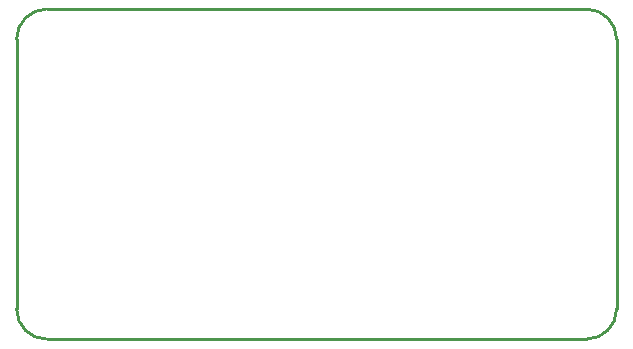
<source format=gbr>
%TF.GenerationSoftware,KiCad,Pcbnew,5.1.6-c6e7f7d~87~ubuntu18.04.1*%
%TF.CreationDate,2020-11-27T17:36:11+05:00*%
%TF.ProjectId,NO2_signal_conditioner,4e4f325f-7369-4676-9e61-6c5f636f6e64,rev?*%
%TF.SameCoordinates,Original*%
%TF.FileFunction,Legend,Bot*%
%TF.FilePolarity,Positive*%
%FSLAX46Y46*%
G04 Gerber Fmt 4.6, Leading zero omitted, Abs format (unit mm)*
G04 Created by KiCad (PCBNEW 5.1.6-c6e7f7d~87~ubuntu18.04.1) date 2020-11-27 17:36:11*
%MOMM*%
%LPD*%
G01*
G04 APERTURE LIST*
%TA.AperFunction,Profile*%
%ADD10C,0.254000*%
%TD*%
%TA.AperFunction,Profile*%
%ADD11C,0.250000*%
%TD*%
G04 APERTURE END LIST*
D10*
X154940000Y-91440000D02*
G75*
G02*
X152400000Y-88900000I0J2540000D01*
G01*
X152400000Y-66040000D02*
G75*
G02*
X154940000Y-63500000I2540000J0D01*
G01*
X200660000Y-63500000D02*
G75*
G02*
X203200000Y-66040000I0J-2540000D01*
G01*
X203200000Y-88900000D02*
G75*
G02*
X200660000Y-91440000I-2540000J0D01*
G01*
X152400000Y-88900000D02*
X152400000Y-66040000D01*
X200660000Y-91440000D02*
X154940000Y-91440000D01*
D11*
X203200000Y-66040000D02*
X203200000Y-88900000D01*
D10*
X154940000Y-63500000D02*
X200660000Y-63500000D01*
M02*

</source>
